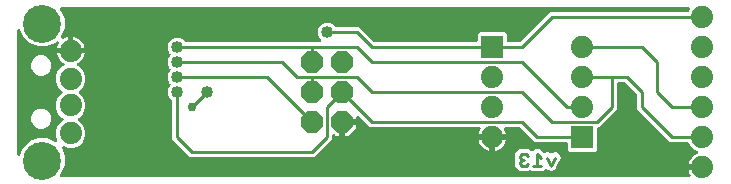
<source format=gbr>
G04 EAGLE Gerber RS-274X export*
G75*
%MOMM*%
%FSLAX34Y34*%
%LPD*%
%INBottom Copper*%
%IPPOS*%
%AMOC8*
5,1,8,0,0,1.08239X$1,22.5*%
G01*
%ADD10C,0.254000*%
%ADD11P,2.034460X8X292.500000*%
%ADD12R,1.879600X1.879600*%
%ADD13C,1.879600*%
%ADD14C,3.216000*%
%ADD15C,0.762000*%
%ADD16C,1.016000*%

G36*
X573081Y4324D02*
X573081Y4324D01*
X573121Y4321D01*
X573238Y4344D01*
X573357Y4359D01*
X573394Y4373D01*
X573433Y4381D01*
X573541Y4432D01*
X573652Y4476D01*
X573685Y4499D01*
X573721Y4516D01*
X573813Y4592D01*
X573910Y4662D01*
X573935Y4693D01*
X573966Y4719D01*
X574036Y4815D01*
X574113Y4907D01*
X574130Y4944D01*
X574153Y4976D01*
X574197Y5087D01*
X574248Y5195D01*
X574256Y5234D01*
X574270Y5271D01*
X574285Y5390D01*
X574308Y5507D01*
X574305Y5547D01*
X574310Y5587D01*
X574296Y5706D01*
X574288Y5825D01*
X574276Y5863D01*
X574271Y5902D01*
X574227Y6014D01*
X574190Y6127D01*
X574169Y6161D01*
X574154Y6198D01*
X574068Y6334D01*
X573989Y6443D01*
X573136Y8117D01*
X572555Y9904D01*
X572515Y10161D01*
X582930Y10161D01*
X583048Y10176D01*
X583167Y10183D01*
X583205Y10196D01*
X583245Y10201D01*
X583356Y10244D01*
X583469Y10281D01*
X583503Y10303D01*
X583541Y10318D01*
X583637Y10388D01*
X583738Y10451D01*
X583766Y10481D01*
X583798Y10504D01*
X583874Y10596D01*
X583956Y10683D01*
X583975Y10718D01*
X584001Y10749D01*
X584052Y10857D01*
X584109Y10961D01*
X584120Y11001D01*
X584137Y11037D01*
X584159Y11154D01*
X584189Y11269D01*
X584193Y11330D01*
X584197Y11350D01*
X584195Y11370D01*
X584199Y11430D01*
X584199Y13970D01*
X584184Y14088D01*
X584177Y14207D01*
X584164Y14245D01*
X584159Y14285D01*
X584115Y14396D01*
X584079Y14509D01*
X584057Y14544D01*
X584042Y14581D01*
X583972Y14677D01*
X583909Y14778D01*
X583879Y14806D01*
X583855Y14839D01*
X583764Y14914D01*
X583677Y14996D01*
X583642Y15016D01*
X583610Y15041D01*
X583503Y15092D01*
X583398Y15150D01*
X583359Y15160D01*
X583323Y15177D01*
X583206Y15199D01*
X583091Y15229D01*
X583030Y15233D01*
X583010Y15237D01*
X582990Y15235D01*
X582930Y15239D01*
X572515Y15239D01*
X572555Y15496D01*
X573136Y17283D01*
X573989Y18957D01*
X575094Y20478D01*
X576422Y21806D01*
X577943Y22911D01*
X579617Y23764D01*
X580082Y23915D01*
X580109Y23928D01*
X580138Y23935D01*
X580252Y23995D01*
X580370Y24050D01*
X580393Y24069D01*
X580419Y24083D01*
X580515Y24170D01*
X580615Y24253D01*
X580632Y24277D01*
X580654Y24297D01*
X580726Y24406D01*
X580802Y24510D01*
X580813Y24538D01*
X580829Y24563D01*
X580871Y24686D01*
X580919Y24806D01*
X580923Y24836D01*
X580932Y24864D01*
X580943Y24993D01*
X580959Y25121D01*
X580955Y25151D01*
X580958Y25181D01*
X580935Y25309D01*
X580919Y25437D01*
X580908Y25465D01*
X580903Y25494D01*
X580850Y25612D01*
X580802Y25733D01*
X580785Y25757D01*
X580773Y25784D01*
X580692Y25885D01*
X580616Y25990D01*
X580593Y26009D01*
X580574Y26033D01*
X580470Y26111D01*
X580371Y26193D01*
X580344Y26206D01*
X580320Y26224D01*
X580175Y26295D01*
X577150Y27548D01*
X573648Y31050D01*
X572841Y32998D01*
X572827Y33023D01*
X572817Y33051D01*
X572748Y33161D01*
X572684Y33274D01*
X572663Y33295D01*
X572647Y33320D01*
X572553Y33409D01*
X572462Y33502D01*
X572437Y33518D01*
X572416Y33538D01*
X572302Y33601D01*
X572191Y33669D01*
X572163Y33677D01*
X572137Y33692D01*
X572011Y33724D01*
X571887Y33762D01*
X571858Y33764D01*
X571829Y33771D01*
X571669Y33781D01*
X557011Y33781D01*
X529081Y61711D01*
X529081Y73885D01*
X529069Y73984D01*
X529066Y74083D01*
X529049Y74141D01*
X529041Y74201D01*
X529005Y74293D01*
X528977Y74388D01*
X528947Y74440D01*
X528924Y74497D01*
X528866Y74577D01*
X528816Y74662D01*
X528750Y74737D01*
X528738Y74754D01*
X528728Y74762D01*
X528710Y74783D01*
X519283Y84210D01*
X519205Y84270D01*
X519132Y84338D01*
X519079Y84367D01*
X519032Y84404D01*
X518941Y84444D01*
X518854Y84492D01*
X518795Y84507D01*
X518740Y84531D01*
X518642Y84546D01*
X518546Y84571D01*
X518446Y84577D01*
X518426Y84581D01*
X518413Y84579D01*
X518385Y84581D01*
X513588Y84581D01*
X513470Y84566D01*
X513351Y84559D01*
X513313Y84546D01*
X513272Y84541D01*
X513162Y84498D01*
X513049Y84461D01*
X513014Y84439D01*
X512977Y84424D01*
X512881Y84355D01*
X512780Y84291D01*
X512752Y84261D01*
X512719Y84238D01*
X512643Y84146D01*
X512562Y84059D01*
X512542Y84024D01*
X512517Y83993D01*
X512466Y83885D01*
X512408Y83781D01*
X512398Y83741D01*
X512381Y83705D01*
X512359Y83588D01*
X512329Y83473D01*
X512325Y83413D01*
X512321Y83393D01*
X512323Y83372D01*
X512319Y83312D01*
X512319Y61711D01*
X497089Y46481D01*
X496316Y46481D01*
X496198Y46466D01*
X496079Y46459D01*
X496041Y46446D01*
X496000Y46441D01*
X495890Y46398D01*
X495777Y46361D01*
X495742Y46339D01*
X495705Y46324D01*
X495609Y46255D01*
X495508Y46191D01*
X495480Y46161D01*
X495447Y46138D01*
X495371Y46046D01*
X495290Y45959D01*
X495270Y45924D01*
X495245Y45893D01*
X495194Y45785D01*
X495136Y45681D01*
X495126Y45641D01*
X495109Y45605D01*
X495087Y45488D01*
X495057Y45373D01*
X495053Y45313D01*
X495049Y45293D01*
X495051Y45272D01*
X495047Y45212D01*
X495047Y27439D01*
X493261Y25653D01*
X471939Y25653D01*
X470153Y27439D01*
X470153Y32512D01*
X470138Y32630D01*
X470131Y32749D01*
X470118Y32787D01*
X470113Y32828D01*
X470070Y32938D01*
X470033Y33051D01*
X470011Y33086D01*
X469996Y33123D01*
X469927Y33219D01*
X469863Y33320D01*
X469833Y33348D01*
X469810Y33381D01*
X469718Y33457D01*
X469631Y33538D01*
X469596Y33558D01*
X469565Y33583D01*
X469457Y33634D01*
X469353Y33692D01*
X469313Y33702D01*
X469277Y33719D01*
X469160Y33741D01*
X469045Y33771D01*
X468985Y33775D01*
X468965Y33779D01*
X468944Y33777D01*
X468884Y33781D01*
X442711Y33781D01*
X430383Y46110D01*
X430305Y46170D01*
X430232Y46238D01*
X430179Y46267D01*
X430132Y46304D01*
X430041Y46344D01*
X429954Y46392D01*
X429895Y46407D01*
X429840Y46431D01*
X429742Y46446D01*
X429646Y46471D01*
X429546Y46477D01*
X429526Y46481D01*
X429513Y46479D01*
X429485Y46481D01*
X417559Y46481D01*
X417519Y46476D01*
X417479Y46479D01*
X417362Y46456D01*
X417243Y46441D01*
X417206Y46427D01*
X417167Y46419D01*
X417059Y46368D01*
X416948Y46324D01*
X416915Y46301D01*
X416879Y46284D01*
X416787Y46208D01*
X416690Y46138D01*
X416665Y46107D01*
X416634Y46081D01*
X416564Y45985D01*
X416487Y45893D01*
X416470Y45856D01*
X416447Y45824D01*
X416403Y45713D01*
X416352Y45605D01*
X416344Y45566D01*
X416330Y45529D01*
X416315Y45410D01*
X416292Y45293D01*
X416295Y45253D01*
X416290Y45213D01*
X416304Y45094D01*
X416312Y44975D01*
X416324Y44937D01*
X416329Y44898D01*
X416373Y44786D01*
X416410Y44673D01*
X416431Y44639D01*
X416446Y44602D01*
X416532Y44466D01*
X416611Y44357D01*
X417464Y42683D01*
X418045Y40896D01*
X418085Y40639D01*
X407670Y40639D01*
X407552Y40624D01*
X407433Y40617D01*
X407395Y40604D01*
X407355Y40599D01*
X407244Y40556D01*
X407131Y40519D01*
X407097Y40497D01*
X407059Y40482D01*
X406963Y40412D01*
X406862Y40349D01*
X406834Y40319D01*
X406802Y40295D01*
X406726Y40204D01*
X406644Y40117D01*
X406625Y40082D01*
X406599Y40051D01*
X406548Y39943D01*
X406491Y39839D01*
X406480Y39799D01*
X406463Y39763D01*
X406441Y39646D01*
X406411Y39531D01*
X406407Y39470D01*
X406403Y39450D01*
X406405Y39430D01*
X406401Y39370D01*
X406401Y38099D01*
X406399Y38099D01*
X406399Y39370D01*
X406384Y39488D01*
X406377Y39607D01*
X406364Y39645D01*
X406359Y39685D01*
X406315Y39796D01*
X406279Y39909D01*
X406257Y39944D01*
X406242Y39981D01*
X406172Y40077D01*
X406109Y40178D01*
X406079Y40206D01*
X406055Y40239D01*
X405964Y40314D01*
X405877Y40396D01*
X405842Y40416D01*
X405810Y40441D01*
X405703Y40492D01*
X405598Y40550D01*
X405559Y40560D01*
X405523Y40577D01*
X405406Y40599D01*
X405291Y40629D01*
X405230Y40633D01*
X405210Y40637D01*
X405190Y40635D01*
X405130Y40639D01*
X394715Y40639D01*
X394755Y40896D01*
X395336Y42683D01*
X396189Y44357D01*
X396268Y44466D01*
X396287Y44501D01*
X396313Y44531D01*
X396364Y44640D01*
X396421Y44744D01*
X396431Y44783D01*
X396448Y44819D01*
X396471Y44936D01*
X396500Y45053D01*
X396500Y45092D01*
X396508Y45132D01*
X396500Y45251D01*
X396501Y45371D01*
X396491Y45409D01*
X396488Y45449D01*
X396451Y45563D01*
X396422Y45679D01*
X396402Y45714D01*
X396390Y45751D01*
X396326Y45852D01*
X396269Y45957D01*
X396241Y45986D01*
X396220Y46020D01*
X396133Y46102D01*
X396051Y46189D01*
X396017Y46211D01*
X395988Y46238D01*
X395884Y46296D01*
X395783Y46360D01*
X395745Y46372D01*
X395710Y46392D01*
X395594Y46421D01*
X395480Y46459D01*
X395440Y46461D01*
X395402Y46471D01*
X395241Y46481D01*
X303011Y46481D01*
X293505Y55987D01*
X293427Y56048D01*
X293356Y56115D01*
X293321Y56134D01*
X293289Y56161D01*
X293270Y56169D01*
X293254Y56182D01*
X293160Y56222D01*
X293077Y56268D01*
X293040Y56278D01*
X293001Y56296D01*
X292981Y56300D01*
X292962Y56308D01*
X292859Y56325D01*
X292769Y56348D01*
X292714Y56351D01*
X292688Y56356D01*
X292668Y56355D01*
X292648Y56358D01*
X292632Y56357D01*
X292609Y56358D01*
X292608Y56358D01*
X292501Y56344D01*
X292371Y56336D01*
X292352Y56330D01*
X292332Y56328D01*
X292310Y56320D01*
X292292Y56318D01*
X292191Y56278D01*
X292069Y56238D01*
X292051Y56228D01*
X292032Y56221D01*
X292013Y56208D01*
X291997Y56201D01*
X291908Y56137D01*
X291800Y56068D01*
X291786Y56053D01*
X291769Y56042D01*
X291754Y56025D01*
X291739Y56014D01*
X291668Y55928D01*
X291582Y55837D01*
X291572Y55819D01*
X291559Y55804D01*
X291549Y55784D01*
X291537Y55769D01*
X291488Y55666D01*
X291428Y55558D01*
X291423Y55538D01*
X291414Y55520D01*
X291409Y55499D01*
X291401Y55482D01*
X291379Y55367D01*
X291349Y55250D01*
X291347Y55222D01*
X291344Y55210D01*
X291345Y55190D01*
X291345Y55189D01*
X291341Y55169D01*
X291343Y55149D01*
X291339Y55089D01*
X291339Y53339D01*
X280670Y53339D01*
X280552Y53324D01*
X280433Y53317D01*
X280395Y53304D01*
X280355Y53299D01*
X280244Y53256D01*
X280131Y53219D01*
X280097Y53197D01*
X280059Y53182D01*
X279963Y53112D01*
X279862Y53049D01*
X279834Y53019D01*
X279802Y52995D01*
X279726Y52904D01*
X279644Y52817D01*
X279625Y52782D01*
X279599Y52751D01*
X279548Y52643D01*
X279491Y52539D01*
X279480Y52499D01*
X279463Y52463D01*
X279441Y52346D01*
X279411Y52231D01*
X279407Y52170D01*
X279403Y52150D01*
X279405Y52130D01*
X279401Y52070D01*
X279401Y50799D01*
X278130Y50799D01*
X278012Y50784D01*
X277893Y50777D01*
X277855Y50764D01*
X277814Y50759D01*
X277704Y50715D01*
X277591Y50679D01*
X277556Y50657D01*
X277519Y50642D01*
X277423Y50572D01*
X277322Y50509D01*
X277294Y50479D01*
X277261Y50455D01*
X277186Y50364D01*
X277104Y50277D01*
X277084Y50242D01*
X277059Y50210D01*
X277008Y50103D01*
X276950Y49998D01*
X276940Y49959D01*
X276923Y49923D01*
X276901Y49806D01*
X276871Y49691D01*
X276867Y49630D01*
X276863Y49610D01*
X276865Y49590D01*
X276861Y49530D01*
X276861Y38861D01*
X274455Y38861D01*
X273185Y40131D01*
X273076Y40216D01*
X272969Y40305D01*
X272950Y40313D01*
X272934Y40326D01*
X272806Y40381D01*
X272681Y40440D01*
X272661Y40444D01*
X272642Y40452D01*
X272504Y40474D01*
X272368Y40500D01*
X272348Y40499D01*
X272328Y40502D01*
X272189Y40489D01*
X272051Y40480D01*
X272032Y40474D01*
X272012Y40472D01*
X271880Y40425D01*
X271749Y40382D01*
X271731Y40371D01*
X271712Y40364D01*
X271597Y40286D01*
X271480Y40212D01*
X271466Y40197D01*
X271449Y40186D01*
X271357Y40081D01*
X271262Y39980D01*
X271252Y39963D01*
X271239Y39947D01*
X271175Y39823D01*
X271108Y39702D01*
X271103Y39682D01*
X271094Y39664D01*
X271064Y39528D01*
X271029Y39394D01*
X271027Y39366D01*
X271024Y39354D01*
X271025Y39333D01*
X271019Y39233D01*
X271019Y36311D01*
X268117Y33410D01*
X255789Y21081D01*
X150611Y21081D01*
X135381Y36311D01*
X135381Y68497D01*
X135369Y68595D01*
X135366Y68694D01*
X135349Y68753D01*
X135341Y68813D01*
X135305Y68905D01*
X135277Y69000D01*
X135247Y69052D01*
X135224Y69108D01*
X135166Y69188D01*
X135116Y69274D01*
X135050Y69349D01*
X135038Y69366D01*
X135028Y69374D01*
X135010Y69395D01*
X132809Y71595D01*
X131571Y74583D01*
X131571Y77817D01*
X132809Y80805D01*
X133657Y81652D01*
X133730Y81746D01*
X133808Y81836D01*
X133827Y81872D01*
X133852Y81904D01*
X133899Y82013D01*
X133953Y82119D01*
X133962Y82158D01*
X133978Y82196D01*
X133997Y82313D01*
X134023Y82429D01*
X134022Y82470D01*
X134028Y82510D01*
X134017Y82628D01*
X134013Y82747D01*
X134002Y82786D01*
X133998Y82826D01*
X133958Y82939D01*
X133925Y83053D01*
X133904Y83087D01*
X133890Y83126D01*
X133824Y83224D01*
X133763Y83327D01*
X133723Y83372D01*
X133712Y83389D01*
X133697Y83402D01*
X133657Y83447D01*
X132809Y84295D01*
X131571Y87283D01*
X131571Y90517D01*
X132809Y93505D01*
X133657Y94353D01*
X133730Y94447D01*
X133808Y94536D01*
X133827Y94572D01*
X133852Y94604D01*
X133899Y94713D01*
X133953Y94819D01*
X133962Y94858D01*
X133978Y94896D01*
X133997Y95013D01*
X134023Y95129D01*
X134022Y95170D01*
X134028Y95210D01*
X134017Y95328D01*
X134013Y95447D01*
X134002Y95486D01*
X133998Y95526D01*
X133958Y95638D01*
X133925Y95753D01*
X133904Y95788D01*
X133890Y95826D01*
X133824Y95924D01*
X133763Y96027D01*
X133723Y96072D01*
X133712Y96089D01*
X133697Y96102D01*
X133657Y96148D01*
X132809Y96995D01*
X131571Y99983D01*
X131571Y103217D01*
X132809Y106205D01*
X133657Y107053D01*
X133730Y107147D01*
X133808Y107236D01*
X133827Y107272D01*
X133852Y107304D01*
X133899Y107413D01*
X133953Y107519D01*
X133962Y107558D01*
X133978Y107596D01*
X133997Y107713D01*
X134023Y107829D01*
X134022Y107870D01*
X134028Y107910D01*
X134017Y108028D01*
X134013Y108147D01*
X134002Y108186D01*
X133998Y108226D01*
X133958Y108338D01*
X133925Y108453D01*
X133904Y108488D01*
X133890Y108526D01*
X133824Y108624D01*
X133763Y108727D01*
X133723Y108772D01*
X133712Y108789D01*
X133697Y108802D01*
X133657Y108848D01*
X132809Y109695D01*
X131571Y112683D01*
X131571Y115917D01*
X132809Y118905D01*
X135095Y121191D01*
X138083Y122429D01*
X141317Y122429D01*
X144305Y121191D01*
X146505Y118990D01*
X146584Y118930D01*
X146656Y118862D01*
X146709Y118833D01*
X146757Y118796D01*
X146848Y118756D01*
X146934Y118708D01*
X146993Y118693D01*
X147048Y118669D01*
X147146Y118654D01*
X147242Y118629D01*
X147342Y118623D01*
X147363Y118619D01*
X147375Y118621D01*
X147403Y118619D01*
X260521Y118619D01*
X260659Y118636D01*
X260798Y118649D01*
X260817Y118656D01*
X260837Y118659D01*
X260966Y118710D01*
X261097Y118757D01*
X261114Y118768D01*
X261132Y118776D01*
X261245Y118857D01*
X261360Y118935D01*
X261373Y118951D01*
X261390Y118962D01*
X261479Y119070D01*
X261571Y119174D01*
X261580Y119192D01*
X261593Y119207D01*
X261652Y119333D01*
X261715Y119457D01*
X261720Y119477D01*
X261728Y119495D01*
X261754Y119632D01*
X261785Y119767D01*
X261784Y119788D01*
X261788Y119807D01*
X261779Y119946D01*
X261775Y120085D01*
X261769Y120105D01*
X261768Y120125D01*
X261725Y120257D01*
X261687Y120391D01*
X261676Y120408D01*
X261670Y120427D01*
X261596Y120545D01*
X261525Y120665D01*
X261507Y120686D01*
X261500Y120696D01*
X261485Y120710D01*
X261419Y120785D01*
X259809Y122395D01*
X258571Y125383D01*
X258571Y128617D01*
X259809Y131605D01*
X262095Y133891D01*
X265083Y135129D01*
X268317Y135129D01*
X271305Y133891D01*
X273505Y131690D01*
X273584Y131630D01*
X273656Y131562D01*
X273709Y131533D01*
X273757Y131496D01*
X273848Y131456D01*
X273934Y131408D01*
X273993Y131393D01*
X274048Y131369D01*
X274146Y131354D01*
X274242Y131329D01*
X274342Y131323D01*
X274363Y131319D01*
X274375Y131321D01*
X274403Y131319D01*
X293889Y131319D01*
X306217Y118990D01*
X306295Y118930D01*
X306368Y118862D01*
X306421Y118833D01*
X306468Y118796D01*
X306559Y118756D01*
X306646Y118708D01*
X306705Y118693D01*
X306760Y118669D01*
X306858Y118654D01*
X306954Y118629D01*
X307054Y118623D01*
X307074Y118619D01*
X307087Y118621D01*
X307115Y118619D01*
X392684Y118619D01*
X392802Y118634D01*
X392921Y118641D01*
X392959Y118654D01*
X393000Y118659D01*
X393110Y118702D01*
X393223Y118739D01*
X393258Y118761D01*
X393295Y118776D01*
X393391Y118845D01*
X393492Y118909D01*
X393520Y118939D01*
X393553Y118962D01*
X393629Y119054D01*
X393710Y119141D01*
X393730Y119176D01*
X393755Y119207D01*
X393806Y119315D01*
X393864Y119419D01*
X393874Y119459D01*
X393891Y119495D01*
X393913Y119612D01*
X393943Y119727D01*
X393947Y119787D01*
X393951Y119807D01*
X393949Y119828D01*
X393953Y119888D01*
X393953Y124961D01*
X395739Y126747D01*
X417061Y126747D01*
X418847Y124961D01*
X418847Y119888D01*
X418862Y119770D01*
X418869Y119651D01*
X418882Y119613D01*
X418887Y119572D01*
X418930Y119462D01*
X418967Y119349D01*
X418989Y119314D01*
X419004Y119277D01*
X419073Y119181D01*
X419137Y119080D01*
X419167Y119052D01*
X419190Y119019D01*
X419282Y118943D01*
X419369Y118862D01*
X419404Y118842D01*
X419435Y118817D01*
X419543Y118766D01*
X419647Y118708D01*
X419687Y118698D01*
X419723Y118681D01*
X419840Y118659D01*
X419955Y118629D01*
X420015Y118625D01*
X420035Y118621D01*
X420056Y118623D01*
X420116Y118619D01*
X429485Y118619D01*
X429584Y118631D01*
X429683Y118634D01*
X429741Y118651D01*
X429801Y118659D01*
X429893Y118695D01*
X429988Y118723D01*
X430040Y118753D01*
X430097Y118776D01*
X430177Y118834D01*
X430262Y118884D01*
X430337Y118950D01*
X430354Y118962D01*
X430362Y118972D01*
X430383Y118990D01*
X455411Y144019D01*
X571669Y144019D01*
X571698Y144022D01*
X571727Y144020D01*
X571855Y144042D01*
X571984Y144059D01*
X572011Y144069D01*
X572041Y144074D01*
X572159Y144128D01*
X572280Y144176D01*
X572304Y144193D01*
X572331Y144205D01*
X572432Y144286D01*
X572537Y144362D01*
X572556Y144385D01*
X572579Y144404D01*
X572657Y144507D01*
X572740Y144607D01*
X572753Y144634D01*
X572770Y144658D01*
X572841Y144802D01*
X573472Y146326D01*
X573486Y146374D01*
X573507Y146419D01*
X573527Y146527D01*
X573556Y146633D01*
X573557Y146683D01*
X573567Y146732D01*
X573560Y146841D01*
X573561Y146951D01*
X573550Y146999D01*
X573547Y147049D01*
X573513Y147153D01*
X573487Y147260D01*
X573464Y147304D01*
X573449Y147351D01*
X573390Y147444D01*
X573339Y147541D01*
X573305Y147578D01*
X573279Y147620D01*
X573198Y147695D01*
X573125Y147777D01*
X573083Y147804D01*
X573047Y147838D01*
X572951Y147891D01*
X572859Y147951D01*
X572812Y147968D01*
X572768Y147992D01*
X572662Y148019D01*
X572558Y148055D01*
X572509Y148059D01*
X572461Y148071D01*
X572300Y148081D01*
X41635Y148081D01*
X41497Y148064D01*
X41359Y148051D01*
X41340Y148044D01*
X41320Y148041D01*
X41190Y147990D01*
X41059Y147943D01*
X41043Y147932D01*
X41024Y147924D01*
X40912Y147843D01*
X40796Y147765D01*
X40783Y147749D01*
X40767Y147738D01*
X40678Y147630D01*
X40586Y147526D01*
X40577Y147508D01*
X40564Y147493D01*
X40504Y147367D01*
X40441Y147243D01*
X40437Y147223D01*
X40428Y147205D01*
X40402Y147068D01*
X40372Y146933D01*
X40372Y146912D01*
X40368Y146893D01*
X40377Y146754D01*
X40381Y146615D01*
X40387Y146595D01*
X40388Y146575D01*
X40431Y146443D01*
X40470Y146309D01*
X40480Y146292D01*
X40486Y146273D01*
X40560Y146155D01*
X40631Y146035D01*
X40650Y146014D01*
X40656Y146004D01*
X40671Y145990D01*
X40738Y145915D01*
X41617Y145036D01*
X44529Y138005D01*
X44529Y130395D01*
X41597Y123318D01*
X41563Y123279D01*
X41544Y123243D01*
X41520Y123212D01*
X41472Y123102D01*
X41418Y122995D01*
X41409Y122956D01*
X41393Y122920D01*
X41375Y122802D01*
X41349Y122685D01*
X41350Y122645D01*
X41344Y122606D01*
X41355Y122487D01*
X41358Y122367D01*
X41370Y122329D01*
X41373Y122289D01*
X41414Y122177D01*
X41447Y122062D01*
X41467Y122027D01*
X41481Y121990D01*
X41548Y121891D01*
X41609Y121788D01*
X41637Y121760D01*
X41659Y121727D01*
X41749Y121647D01*
X41833Y121563D01*
X41868Y121542D01*
X41898Y121516D01*
X42004Y121462D01*
X42107Y121401D01*
X42145Y121390D01*
X42181Y121371D01*
X42298Y121345D01*
X42412Y121312D01*
X42452Y121310D01*
X42491Y121302D01*
X42611Y121305D01*
X42730Y121301D01*
X42769Y121310D01*
X42809Y121311D01*
X42924Y121344D01*
X43041Y121370D01*
X43095Y121394D01*
X43115Y121400D01*
X43132Y121410D01*
X43188Y121434D01*
X44817Y122264D01*
X46604Y122845D01*
X47115Y122926D01*
X47115Y113485D01*
X37674Y113485D01*
X37755Y113996D01*
X38336Y115783D01*
X39166Y117412D01*
X39206Y117524D01*
X39254Y117633D01*
X39260Y117673D01*
X39274Y117711D01*
X39285Y117830D01*
X39304Y117948D01*
X39300Y117988D01*
X39304Y118027D01*
X39285Y118145D01*
X39274Y118264D01*
X39260Y118302D01*
X39254Y118342D01*
X39206Y118451D01*
X39166Y118563D01*
X39144Y118597D01*
X39128Y118633D01*
X39055Y118728D01*
X38987Y118827D01*
X38957Y118853D01*
X38933Y118885D01*
X38839Y118958D01*
X38749Y119037D01*
X38713Y119055D01*
X38682Y119080D01*
X38572Y119128D01*
X38466Y119182D01*
X38427Y119190D01*
X38390Y119206D01*
X38272Y119225D01*
X38156Y119251D01*
X38115Y119250D01*
X38076Y119256D01*
X37957Y119245D01*
X37838Y119242D01*
X37799Y119230D01*
X37759Y119227D01*
X37647Y119186D01*
X37532Y119153D01*
X37498Y119133D01*
X37460Y119119D01*
X37361Y119052D01*
X37258Y118992D01*
X37213Y118952D01*
X37197Y118941D01*
X37183Y118925D01*
X37137Y118885D01*
X36236Y117983D01*
X29205Y115071D01*
X21595Y115071D01*
X14564Y117983D01*
X9183Y123364D01*
X6761Y129214D01*
X6751Y129231D01*
X6746Y129245D01*
X6724Y129281D01*
X6700Y129339D01*
X6648Y129412D01*
X6603Y129490D01*
X6555Y129540D01*
X6514Y129597D01*
X6444Y129654D01*
X6382Y129718D01*
X6322Y129755D01*
X6269Y129799D01*
X6187Y129838D01*
X6111Y129885D01*
X6044Y129905D01*
X5981Y129935D01*
X5893Y129952D01*
X5807Y129978D01*
X5737Y129982D01*
X5668Y129995D01*
X5579Y129989D01*
X5489Y129993D01*
X5421Y129979D01*
X5351Y129975D01*
X5266Y129947D01*
X5178Y129929D01*
X5115Y129898D01*
X5049Y129877D01*
X4973Y129829D01*
X4892Y129789D01*
X4839Y129744D01*
X4780Y129707D01*
X4718Y129641D01*
X4650Y129583D01*
X4610Y129526D01*
X4562Y129475D01*
X4519Y129397D01*
X4467Y129323D01*
X4442Y129258D01*
X4408Y129197D01*
X4386Y129110D01*
X4384Y129104D01*
X4381Y129098D01*
X4381Y129095D01*
X4354Y129026D01*
X4346Y128956D01*
X4329Y128889D01*
X4323Y128794D01*
X4321Y128786D01*
X4322Y128777D01*
X4319Y128728D01*
X4319Y23672D01*
X4327Y23603D01*
X4326Y23533D01*
X4347Y23446D01*
X4359Y23356D01*
X4384Y23292D01*
X4401Y23224D01*
X4443Y23144D01*
X4476Y23061D01*
X4517Y23004D01*
X4549Y22943D01*
X4610Y22876D01*
X4662Y22803D01*
X4716Y22759D01*
X4763Y22707D01*
X4838Y22658D01*
X4907Y22601D01*
X4971Y22571D01*
X5029Y22533D01*
X5114Y22503D01*
X5195Y22465D01*
X5264Y22452D01*
X5330Y22429D01*
X5419Y22422D01*
X5507Y22405D01*
X5577Y22410D01*
X5647Y22404D01*
X5735Y22420D01*
X5825Y22425D01*
X5891Y22447D01*
X5960Y22459D01*
X6042Y22495D01*
X6127Y22523D01*
X6186Y22560D01*
X6250Y22589D01*
X6320Y22645D01*
X6396Y22693D01*
X6444Y22744D01*
X6498Y22788D01*
X6553Y22859D01*
X6614Y22925D01*
X6648Y22986D01*
X6690Y23042D01*
X6761Y23186D01*
X9183Y29036D01*
X14564Y34417D01*
X21595Y37329D01*
X29205Y37329D01*
X36425Y34338D01*
X36559Y34301D01*
X36692Y34261D01*
X36712Y34260D01*
X36732Y34254D01*
X36871Y34252D01*
X37009Y34245D01*
X37029Y34250D01*
X37049Y34249D01*
X37185Y34282D01*
X37321Y34310D01*
X37339Y34319D01*
X37359Y34323D01*
X37482Y34389D01*
X37607Y34449D01*
X37622Y34463D01*
X37640Y34472D01*
X37743Y34566D01*
X37849Y34656D01*
X37860Y34672D01*
X37875Y34686D01*
X37952Y34802D01*
X38032Y34916D01*
X38039Y34935D01*
X38050Y34952D01*
X38095Y35083D01*
X38144Y35213D01*
X38147Y35233D01*
X38153Y35253D01*
X38164Y35391D01*
X38180Y35529D01*
X38177Y35549D01*
X38178Y35570D01*
X38155Y35706D01*
X38135Y35844D01*
X38126Y35871D01*
X38124Y35883D01*
X38116Y35902D01*
X38083Y35997D01*
X36953Y38724D01*
X36953Y43676D01*
X38848Y48250D01*
X42350Y51752D01*
X42689Y51892D01*
X42809Y51961D01*
X42933Y52026D01*
X42947Y52040D01*
X42965Y52050D01*
X43065Y52147D01*
X43168Y52240D01*
X43179Y52257D01*
X43193Y52271D01*
X43266Y52389D01*
X43343Y52506D01*
X43349Y52525D01*
X43360Y52542D01*
X43401Y52675D01*
X43446Y52807D01*
X43447Y52827D01*
X43453Y52846D01*
X43460Y52986D01*
X43471Y53124D01*
X43468Y53144D01*
X43468Y53164D01*
X43440Y53301D01*
X43417Y53437D01*
X43408Y53456D01*
X43404Y53475D01*
X43343Y53601D01*
X43286Y53727D01*
X43273Y53743D01*
X43264Y53761D01*
X43174Y53867D01*
X43087Y53976D01*
X43071Y53988D01*
X43058Y54003D01*
X42944Y54083D01*
X42833Y54167D01*
X42808Y54179D01*
X42798Y54186D01*
X42779Y54193D01*
X42689Y54238D01*
X42349Y54378D01*
X38848Y57880D01*
X36953Y62454D01*
X36953Y67406D01*
X38848Y71980D01*
X42170Y75303D01*
X42243Y75397D01*
X42322Y75486D01*
X42340Y75522D01*
X42365Y75554D01*
X42412Y75663D01*
X42467Y75769D01*
X42475Y75808D01*
X42491Y75846D01*
X42510Y75963D01*
X42536Y76079D01*
X42535Y76120D01*
X42541Y76160D01*
X42530Y76278D01*
X42527Y76397D01*
X42515Y76436D01*
X42511Y76476D01*
X42471Y76589D01*
X42438Y76703D01*
X42418Y76738D01*
X42404Y76776D01*
X42337Y76874D01*
X42277Y76977D01*
X42237Y77022D01*
X42225Y77039D01*
X42210Y77052D01*
X42170Y77098D01*
X38848Y80420D01*
X36953Y84994D01*
X36953Y89946D01*
X38848Y94520D01*
X42350Y98022D01*
X43456Y98480D01*
X43534Y98524D01*
X43616Y98560D01*
X43671Y98603D01*
X43732Y98638D01*
X43796Y98700D01*
X43867Y98755D01*
X43910Y98810D01*
X43960Y98859D01*
X44007Y98935D01*
X44062Y99006D01*
X44090Y99070D01*
X44127Y99130D01*
X44153Y99215D01*
X44189Y99298D01*
X44200Y99367D01*
X44220Y99434D01*
X44224Y99523D01*
X44239Y99612D01*
X44232Y99681D01*
X44235Y99752D01*
X44217Y99839D01*
X44209Y99928D01*
X44185Y99994D01*
X44171Y100063D01*
X44132Y100143D01*
X44101Y100228D01*
X44062Y100286D01*
X44031Y100349D01*
X43973Y100417D01*
X43923Y100491D01*
X43870Y100537D01*
X43825Y100591D01*
X43752Y100642D01*
X43685Y100702D01*
X43577Y100765D01*
X43565Y100774D01*
X43558Y100776D01*
X43546Y100784D01*
X43143Y100989D01*
X41622Y102094D01*
X40294Y103422D01*
X39189Y104943D01*
X38336Y106617D01*
X37755Y108404D01*
X37674Y108915D01*
X48384Y108915D01*
X48502Y108930D01*
X48621Y108937D01*
X48659Y108949D01*
X48699Y108955D01*
X48810Y108998D01*
X48923Y109035D01*
X48957Y109057D01*
X48995Y109072D01*
X49091Y109141D01*
X49192Y109205D01*
X49220Y109235D01*
X49252Y109258D01*
X49328Y109350D01*
X49403Y109430D01*
X49437Y109376D01*
X49467Y109348D01*
X49491Y109315D01*
X49582Y109239D01*
X49669Y109158D01*
X49704Y109138D01*
X49736Y109113D01*
X49843Y109062D01*
X49948Y109004D01*
X49987Y108994D01*
X50023Y108977D01*
X50140Y108955D01*
X50256Y108925D01*
X50316Y108921D01*
X50336Y108917D01*
X50356Y108919D01*
X50416Y108915D01*
X61126Y108915D01*
X61045Y108404D01*
X60464Y106617D01*
X59611Y104943D01*
X58506Y103422D01*
X57178Y102094D01*
X55657Y100989D01*
X55254Y100784D01*
X55180Y100733D01*
X55101Y100691D01*
X55049Y100644D01*
X54991Y100605D01*
X54932Y100538D01*
X54865Y100477D01*
X54827Y100419D01*
X54780Y100366D01*
X54740Y100286D01*
X54691Y100212D01*
X54668Y100146D01*
X54636Y100083D01*
X54616Y99996D01*
X54587Y99911D01*
X54582Y99841D01*
X54567Y99773D01*
X54569Y99683D01*
X54562Y99594D01*
X54574Y99525D01*
X54576Y99455D01*
X54601Y99369D01*
X54617Y99281D01*
X54645Y99217D01*
X54665Y99149D01*
X54710Y99072D01*
X54747Y98991D01*
X54791Y98936D01*
X54827Y98876D01*
X54890Y98812D01*
X54946Y98742D01*
X55002Y98700D01*
X55051Y98650D01*
X55128Y98605D01*
X55200Y98551D01*
X55312Y98496D01*
X55325Y98488D01*
X55331Y98486D01*
X55344Y98480D01*
X56450Y98022D01*
X59952Y94520D01*
X61847Y89946D01*
X61847Y84994D01*
X59952Y80420D01*
X56630Y77098D01*
X56557Y77003D01*
X56478Y76914D01*
X56460Y76878D01*
X56435Y76846D01*
X56388Y76737D01*
X56333Y76631D01*
X56325Y76592D01*
X56309Y76554D01*
X56290Y76437D01*
X56264Y76321D01*
X56265Y76280D01*
X56259Y76240D01*
X56270Y76122D01*
X56273Y76003D01*
X56285Y75964D01*
X56289Y75924D01*
X56329Y75811D01*
X56362Y75697D01*
X56382Y75663D01*
X56396Y75624D01*
X56463Y75526D01*
X56523Y75423D01*
X56563Y75378D01*
X56575Y75361D01*
X56590Y75348D01*
X56630Y75303D01*
X59952Y71980D01*
X61847Y67406D01*
X61847Y62454D01*
X59952Y57880D01*
X56451Y54378D01*
X56111Y54238D01*
X55991Y54169D01*
X55868Y54104D01*
X55852Y54090D01*
X55835Y54080D01*
X55735Y53984D01*
X55632Y53890D01*
X55621Y53873D01*
X55607Y53859D01*
X55534Y53740D01*
X55457Y53624D01*
X55451Y53605D01*
X55440Y53588D01*
X55399Y53455D01*
X55354Y53323D01*
X55353Y53303D01*
X55347Y53284D01*
X55340Y53144D01*
X55329Y53006D01*
X55332Y52986D01*
X55332Y52966D01*
X55360Y52830D01*
X55383Y52693D01*
X55392Y52674D01*
X55396Y52655D01*
X55457Y52530D01*
X55514Y52403D01*
X55527Y52387D01*
X55536Y52369D01*
X55626Y52263D01*
X55713Y52155D01*
X55729Y52142D01*
X55742Y52127D01*
X55855Y52047D01*
X55967Y51963D01*
X55992Y51951D01*
X56002Y51944D01*
X56021Y51937D01*
X56111Y51892D01*
X56450Y51752D01*
X59952Y48250D01*
X61847Y43676D01*
X61847Y38724D01*
X59952Y34150D01*
X56450Y30648D01*
X51876Y28753D01*
X46924Y28753D01*
X43489Y30176D01*
X43355Y30213D01*
X43222Y30254D01*
X43202Y30255D01*
X43183Y30260D01*
X43043Y30262D01*
X42905Y30269D01*
X42885Y30265D01*
X42865Y30265D01*
X42729Y30232D01*
X42593Y30204D01*
X42575Y30196D01*
X42555Y30191D01*
X42433Y30126D01*
X42308Y30065D01*
X42292Y30052D01*
X42274Y30042D01*
X42172Y29949D01*
X42066Y29858D01*
X42054Y29842D01*
X42039Y29828D01*
X41963Y29712D01*
X41883Y29598D01*
X41875Y29579D01*
X41864Y29562D01*
X41819Y29431D01*
X41770Y29301D01*
X41768Y29281D01*
X41761Y29262D01*
X41750Y29123D01*
X41735Y28985D01*
X41737Y28965D01*
X41736Y28945D01*
X41760Y28807D01*
X41779Y28670D01*
X41788Y28643D01*
X41790Y28631D01*
X41799Y28613D01*
X41831Y28518D01*
X44529Y22005D01*
X44529Y14395D01*
X41617Y7364D01*
X40738Y6485D01*
X40653Y6376D01*
X40564Y6269D01*
X40555Y6250D01*
X40543Y6234D01*
X40487Y6107D01*
X40428Y5981D01*
X40424Y5961D01*
X40416Y5942D01*
X40394Y5804D01*
X40368Y5668D01*
X40370Y5648D01*
X40366Y5628D01*
X40380Y5489D01*
X40388Y5351D01*
X40394Y5332D01*
X40396Y5312D01*
X40443Y5180D01*
X40486Y5049D01*
X40497Y5031D01*
X40504Y5012D01*
X40582Y4897D01*
X40656Y4780D01*
X40671Y4766D01*
X40682Y4749D01*
X40786Y4657D01*
X40888Y4562D01*
X40906Y4552D01*
X40921Y4539D01*
X41045Y4476D01*
X41166Y4408D01*
X41186Y4403D01*
X41204Y4394D01*
X41340Y4364D01*
X41474Y4329D01*
X41502Y4327D01*
X41514Y4324D01*
X41535Y4325D01*
X41635Y4319D01*
X573041Y4319D01*
X573081Y4324D01*
G37*
%LPC*%
G36*
X456586Y9317D02*
X456586Y9317D01*
X456440Y9346D01*
X456431Y9345D01*
X456422Y9347D01*
X456272Y9337D01*
X456122Y9328D01*
X456114Y9326D01*
X456105Y9325D01*
X456025Y9304D01*
X454774Y9930D01*
X454765Y9933D01*
X454757Y9938D01*
X454608Y9998D01*
X453275Y10443D01*
X453228Y10512D01*
X453144Y10637D01*
X453137Y10643D01*
X453132Y10651D01*
X453019Y10749D01*
X452907Y10849D01*
X452899Y10853D01*
X452892Y10859D01*
X452753Y10940D01*
X452485Y11074D01*
X452415Y11099D01*
X452349Y11133D01*
X452265Y11151D01*
X452185Y11180D01*
X452111Y11186D01*
X452038Y11202D01*
X451953Y11200D01*
X451868Y11207D01*
X451795Y11195D01*
X451720Y11193D01*
X451638Y11169D01*
X451555Y11155D01*
X451486Y11125D01*
X451415Y11104D01*
X451342Y11061D01*
X451264Y11027D01*
X451205Y10981D01*
X451141Y10943D01*
X451020Y10836D01*
X449835Y9651D01*
X439478Y9651D01*
X438860Y10270D01*
X438766Y10343D01*
X438676Y10421D01*
X438640Y10440D01*
X438608Y10465D01*
X438499Y10512D01*
X438393Y10566D01*
X438354Y10575D01*
X438316Y10591D01*
X438199Y10610D01*
X438083Y10636D01*
X438042Y10634D01*
X438002Y10641D01*
X437884Y10630D01*
X437765Y10626D01*
X437726Y10615D01*
X437686Y10611D01*
X437574Y10571D01*
X437459Y10538D01*
X437425Y10517D01*
X437386Y10503D01*
X437288Y10437D01*
X437185Y10376D01*
X437140Y10336D01*
X437123Y10325D01*
X437110Y10310D01*
X437065Y10270D01*
X436446Y9651D01*
X429479Y9651D01*
X425254Y13876D01*
X425254Y24233D01*
X429479Y28457D01*
X436446Y28457D01*
X438759Y26144D01*
X438854Y26071D01*
X438943Y25992D01*
X438979Y25974D01*
X439011Y25949D01*
X439120Y25902D01*
X439226Y25848D01*
X439265Y25839D01*
X439303Y25823D01*
X439420Y25804D01*
X439536Y25778D01*
X439577Y25779D01*
X439617Y25773D01*
X439735Y25784D01*
X439854Y25788D01*
X439893Y25799D01*
X439933Y25803D01*
X440045Y25843D01*
X440160Y25876D01*
X440194Y25897D01*
X440233Y25910D01*
X440331Y25977D01*
X440434Y26038D01*
X440479Y26078D01*
X440496Y26089D01*
X440509Y26104D01*
X440554Y26144D01*
X442868Y28457D01*
X446445Y28457D01*
X449347Y25556D01*
X449890Y25013D01*
X449949Y24967D01*
X450001Y24914D01*
X450074Y24870D01*
X450141Y24818D01*
X450210Y24788D01*
X450274Y24750D01*
X450355Y24725D01*
X450433Y24691D01*
X450507Y24680D01*
X450578Y24658D01*
X450663Y24655D01*
X450747Y24641D01*
X450822Y24648D01*
X450896Y24645D01*
X450979Y24663D01*
X451064Y24671D01*
X451134Y24696D01*
X451207Y24712D01*
X451355Y24775D01*
X452629Y25412D01*
X455949Y24305D01*
X455958Y24304D01*
X455966Y24300D01*
X456113Y24273D01*
X456261Y24243D01*
X456270Y24244D01*
X456279Y24242D01*
X456428Y24253D01*
X456579Y24261D01*
X456587Y24264D01*
X456596Y24264D01*
X456752Y24305D01*
X460071Y25412D01*
X463271Y23812D01*
X464403Y20418D01*
X460391Y12394D01*
X460388Y12385D01*
X460382Y12377D01*
X460322Y12228D01*
X459878Y10895D01*
X459809Y10848D01*
X459684Y10764D01*
X459677Y10757D01*
X459670Y10752D01*
X459572Y10639D01*
X459471Y10527D01*
X459467Y10519D01*
X459461Y10512D01*
X459420Y10441D01*
X458093Y9998D01*
X458084Y9994D01*
X458075Y9992D01*
X457927Y9930D01*
X456670Y9301D01*
X456586Y9317D01*
G37*
%LPD*%
%LPC*%
G36*
X22700Y90151D02*
X22700Y90151D01*
X19558Y91453D01*
X17153Y93858D01*
X15851Y97000D01*
X15851Y100400D01*
X17153Y103542D01*
X19558Y105947D01*
X22700Y107249D01*
X26100Y107249D01*
X29242Y105947D01*
X31647Y103542D01*
X32949Y100400D01*
X32949Y97000D01*
X31647Y93858D01*
X29242Y91453D01*
X26100Y90151D01*
X22700Y90151D01*
G37*
%LPD*%
%LPC*%
G36*
X22700Y45151D02*
X22700Y45151D01*
X19558Y46453D01*
X17153Y48858D01*
X15851Y52000D01*
X15851Y55400D01*
X17153Y58542D01*
X19558Y60947D01*
X22700Y62249D01*
X26100Y62249D01*
X29242Y60947D01*
X31647Y58542D01*
X32949Y55400D01*
X32949Y52000D01*
X31647Y48858D01*
X29242Y46453D01*
X26100Y45151D01*
X22700Y45151D01*
G37*
%LPD*%
%LPC*%
G36*
X281939Y38861D02*
X281939Y38861D01*
X281939Y48261D01*
X291339Y48261D01*
X291339Y45855D01*
X284345Y38861D01*
X281939Y38861D01*
G37*
%LPD*%
%LPC*%
G36*
X51685Y113485D02*
X51685Y113485D01*
X51685Y122926D01*
X52196Y122845D01*
X53983Y122264D01*
X55657Y121411D01*
X57178Y120306D01*
X58506Y118978D01*
X59611Y117457D01*
X60464Y115783D01*
X61045Y113996D01*
X61126Y113485D01*
X51685Y113485D01*
G37*
%LPD*%
%LPC*%
G36*
X408939Y35561D02*
X408939Y35561D01*
X418085Y35561D01*
X418045Y35304D01*
X417464Y33517D01*
X416611Y31843D01*
X415506Y30322D01*
X414178Y28994D01*
X412657Y27889D01*
X410983Y27036D01*
X409196Y26455D01*
X408939Y26415D01*
X408939Y35561D01*
G37*
%LPD*%
%LPC*%
G36*
X403604Y26455D02*
X403604Y26455D01*
X401817Y27036D01*
X400143Y27889D01*
X398622Y28994D01*
X397294Y30322D01*
X396189Y31843D01*
X395336Y33517D01*
X394755Y35304D01*
X394715Y35561D01*
X403861Y35561D01*
X403861Y26415D01*
X403604Y26455D01*
G37*
%LPD*%
D10*
X459740Y20749D02*
X456350Y13970D01*
X452961Y20749D01*
X448046Y20749D02*
X444656Y24139D01*
X444656Y13970D01*
X441267Y13970D02*
X448046Y13970D01*
X436352Y22444D02*
X434657Y24139D01*
X431268Y24139D01*
X429573Y22444D01*
X429573Y20749D01*
X431268Y19054D01*
X432963Y19054D01*
X431268Y19054D02*
X429573Y17360D01*
X429573Y15665D01*
X431268Y13970D01*
X434657Y13970D01*
X436352Y15665D01*
D11*
X254000Y101600D03*
X279400Y101600D03*
X254000Y76200D03*
X279400Y76200D03*
X254000Y50800D03*
X279400Y50800D03*
D12*
X406400Y114300D03*
D13*
X406400Y88900D03*
X406400Y63500D03*
X406400Y38100D03*
D12*
X482600Y38100D03*
D13*
X482600Y63500D03*
X482600Y88900D03*
X482600Y114300D03*
X49400Y111200D03*
X49400Y87470D03*
X49400Y64930D03*
X49400Y41200D03*
D14*
X25400Y18200D03*
X25400Y134200D03*
D15*
X152400Y63500D03*
D13*
X584200Y139700D03*
X584200Y114300D03*
X584200Y88900D03*
X584200Y63500D03*
X584200Y38100D03*
X584200Y12700D03*
D10*
X584200Y63500D02*
X558800Y63500D01*
X546100Y76200D01*
X546100Y101600D01*
X533400Y114300D01*
X482600Y114300D01*
D16*
X215900Y127000D03*
X139700Y76200D03*
D10*
X139700Y38100D01*
X152400Y25400D01*
X254000Y25400D01*
X266700Y38100D01*
X266700Y63500D01*
X279400Y76200D01*
X444500Y38100D02*
X482600Y38100D01*
X444500Y38100D02*
X431800Y50800D01*
X304800Y50800D01*
X279400Y76200D01*
D16*
X139700Y114300D03*
D10*
X254000Y114300D01*
X292100Y114300D01*
X254000Y114300D02*
X254000Y101600D01*
X292100Y114300D02*
X304800Y101600D01*
X431800Y101600D01*
X469900Y63500D01*
X482600Y63500D01*
X228600Y101600D02*
X139700Y101600D01*
D16*
X139700Y101600D03*
D10*
X228600Y101600D02*
X241300Y88900D01*
X254000Y88900D01*
X292100Y88900D01*
X254000Y88900D02*
X254000Y76200D01*
X304800Y76200D02*
X431800Y76200D01*
X304800Y76200D02*
X292100Y88900D01*
X431800Y76200D02*
X457200Y50800D01*
X495300Y50800D01*
X508000Y63500D01*
X558800Y38100D02*
X584200Y38100D01*
X558800Y38100D02*
X533400Y63500D01*
X533400Y76200D01*
X520700Y88900D01*
X508000Y88900D01*
X482600Y88900D01*
X508000Y88900D02*
X508000Y63500D01*
D16*
X139700Y88900D03*
D10*
X215900Y88900D01*
X254000Y50800D01*
X304800Y114300D02*
X406400Y114300D01*
X304800Y114300D02*
X292100Y127000D01*
X266700Y127000D01*
D16*
X266700Y127000D03*
D10*
X406400Y114300D02*
X431800Y114300D01*
X457200Y139700D01*
X584200Y139700D01*
D16*
X165100Y76200D03*
D10*
X152400Y63500D01*
M02*

</source>
